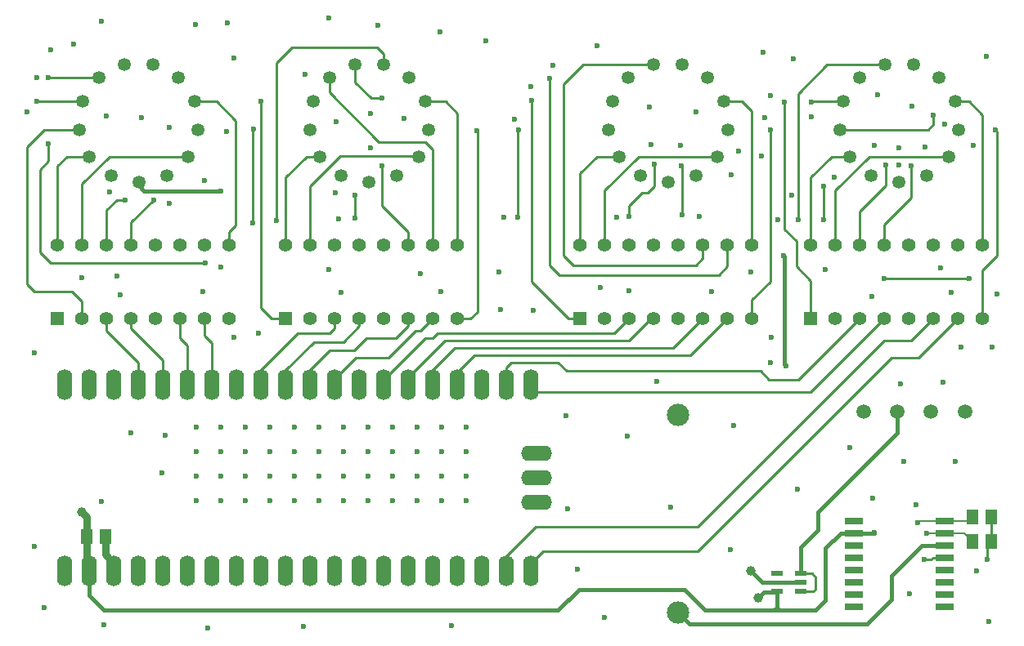
<source format=gbr>
%TF.GenerationSoftware,KiCad,Pcbnew,7.0.1*%
%TF.CreationDate,2023-06-06T13:02:27-04:00*%
%TF.ProjectId,nixie,6e697869-652e-46b6-9963-61645f706362,rev?*%
%TF.SameCoordinates,Original*%
%TF.FileFunction,Copper,L1,Top*%
%TF.FilePolarity,Positive*%
%FSLAX46Y46*%
G04 Gerber Fmt 4.6, Leading zero omitted, Abs format (unit mm)*
G04 Created by KiCad (PCBNEW 7.0.1) date 2023-06-06 13:02:27*
%MOMM*%
%LPD*%
G01*
G04 APERTURE LIST*
%TA.AperFunction,SMDPad,CuDef*%
%ADD10R,1.300000X1.500000*%
%TD*%
%TA.AperFunction,SMDPad,CuDef*%
%ADD11R,1.925000X0.650000*%
%TD*%
%TA.AperFunction,ComponentPad*%
%ADD12R,1.400000X1.400000*%
%TD*%
%TA.AperFunction,ComponentPad*%
%ADD13C,1.400000*%
%TD*%
%TA.AperFunction,ComponentPad*%
%ADD14O,2.316000X2.316000*%
%TD*%
%TA.AperFunction,ComponentPad*%
%ADD15C,2.316000*%
%TD*%
%TA.AperFunction,SMDPad,CuDef*%
%ADD16R,1.200000X0.600000*%
%TD*%
%TA.AperFunction,ComponentPad*%
%ADD17C,1.500000*%
%TD*%
%TA.AperFunction,ComponentPad*%
%ADD18C,1.348000*%
%TD*%
%TA.AperFunction,ComponentPad*%
%ADD19O,1.600000X3.200000*%
%TD*%
%TA.AperFunction,ComponentPad*%
%ADD20O,3.200000X1.600000*%
%TD*%
%TA.AperFunction,ViaPad*%
%ADD21C,0.600000*%
%TD*%
%TA.AperFunction,ViaPad*%
%ADD22C,1.000000*%
%TD*%
%TA.AperFunction,Conductor*%
%ADD23C,0.381000*%
%TD*%
%TA.AperFunction,Conductor*%
%ADD24C,0.254000*%
%TD*%
%TA.AperFunction,Conductor*%
%ADD25C,0.750000*%
%TD*%
%TA.AperFunction,Conductor*%
%ADD26C,0.152400*%
%TD*%
G04 APERTURE END LIST*
D10*
%TO.P,C6,1,1*%
%TO.N,+5V*%
X103886000Y-131826000D03*
%TO.P,C6,2,2*%
%TO.N,GND*%
X105786000Y-131826000D03*
%TD*%
D11*
%TO.P,IC6,1,32KHZ*%
%TO.N,unconnected-(IC6-32KHZ-Pad1)*%
X183248000Y-130175000D03*
%TO.P,IC6,2,VCC*%
%TO.N,+5V*%
X183248000Y-131445000D03*
%TO.P,IC6,3,~{INT}/SQW*%
%TO.N,unconnected-(IC6-~{INT}{slash}SQW-Pad3)*%
X183248000Y-132715000D03*
%TO.P,IC6,4,~{RST}*%
%TO.N,unconnected-(IC6-~{RST}-Pad4)*%
X183248000Y-133985000D03*
%TO.P,IC6,5,N.C._1*%
%TO.N,unconnected-(IC6-N.C._1-Pad5)*%
X183248000Y-135255000D03*
%TO.P,IC6,6,N.C._2*%
%TO.N,unconnected-(IC6-N.C._2-Pad6)*%
X183248000Y-136525000D03*
%TO.P,IC6,7,N.C._3*%
%TO.N,unconnected-(IC6-N.C._3-Pad7)*%
X183248000Y-137795000D03*
%TO.P,IC6,8,N.C._4*%
%TO.N,unconnected-(IC6-N.C._4-Pad8)*%
X183248000Y-139065000D03*
%TO.P,IC6,9,N.C._5*%
%TO.N,unconnected-(IC6-N.C._5-Pad9)*%
X192672000Y-139065000D03*
%TO.P,IC6,10,N.C._6*%
%TO.N,unconnected-(IC6-N.C._6-Pad10)*%
X192672000Y-137795000D03*
%TO.P,IC6,11,N.C._7*%
%TO.N,unconnected-(IC6-N.C._7-Pad11)*%
X192672000Y-136525000D03*
%TO.P,IC6,12,N.C._8*%
%TO.N,unconnected-(IC6-N.C._8-Pad12)*%
X192672000Y-135255000D03*
%TO.P,IC6,13,GND*%
%TO.N,GND*%
X192672000Y-133985000D03*
%TO.P,IC6,14,VBAT*%
%TO.N,Net-(IC6-VBAT)*%
X192672000Y-132715000D03*
%TO.P,IC6,15,SDA*%
%TO.N,/SDA*%
X192672000Y-131445000D03*
%TO.P,IC6,16,SCL*%
%TO.N,/SCL*%
X192672000Y-130175000D03*
%TD*%
D10*
%TO.P,R5,1,1*%
%TO.N,/SCL*%
X195580000Y-129794000D03*
%TO.P,R5,2,2*%
%TO.N,+5V*%
X197480000Y-129794000D03*
%TD*%
D12*
%TO.P,IC3,1,8*%
%TO.N,/N38*%
X154940000Y-109220000D03*
D13*
%TO.P,IC3,2,9*%
%TO.N,/N39*%
X157480000Y-109220000D03*
%TO.P,IC3,3,A*%
%TO.N,/A3*%
X160020000Y-109220000D03*
%TO.P,IC3,4,D*%
%TO.N,/D3*%
X162560000Y-109220000D03*
%TO.P,IC3,5,VCC*%
%TO.N,+5V*%
X165100000Y-109220000D03*
%TO.P,IC3,6,B*%
%TO.N,/B3*%
X167640000Y-109220000D03*
%TO.P,IC3,7,C*%
%TO.N,/C3*%
X170180000Y-109220000D03*
%TO.P,IC3,8,2*%
%TO.N,/N32*%
X172720000Y-109220000D03*
%TO.P,IC3,9,3*%
%TO.N,/N33*%
X172720000Y-101600000D03*
%TO.P,IC3,10,7*%
%TO.N,/N37*%
X170180000Y-101600000D03*
%TO.P,IC3,11,6*%
%TO.N,/N36*%
X167640000Y-101600000D03*
%TO.P,IC3,12,GND*%
%TO.N,GND*%
X165100000Y-101600000D03*
%TO.P,IC3,13,4*%
%TO.N,/N34*%
X162560000Y-101600000D03*
%TO.P,IC3,14,5*%
%TO.N,/N35*%
X160020000Y-101600000D03*
%TO.P,IC3,15,1*%
%TO.N,/N31*%
X157480000Y-101600000D03*
%TO.P,IC3,16,0*%
%TO.N,/N30*%
X154940000Y-101600000D03*
%TD*%
D14*
%TO.P,BAT1,+,+*%
%TO.N,Net-(IC6-VBAT)*%
X165100000Y-139700000D03*
D15*
%TO.P,BAT1,-,-*%
%TO.N,GND*%
X165100000Y-119200000D03*
%TD*%
D16*
%TO.P,IC5,1,IN*%
%TO.N,+12V*%
X177800000Y-137536000D03*
%TO.P,IC5,2,GND*%
%TO.N,GND*%
X177800000Y-136586000D03*
%TO.P,IC5,3,EN*%
%TO.N,+12V*%
X177800000Y-135636000D03*
%TO.P,IC5,4,BYP*%
%TO.N,unconnected-(IC5-BYP-Pad4)*%
X175300000Y-135636000D03*
%TO.P,IC5,5,OUT*%
%TO.N,+5V*%
X175300000Y-137536000D03*
%TD*%
D12*
%TO.P,IC4,1,8*%
%TO.N,/N48*%
X178816000Y-109220000D03*
D13*
%TO.P,IC4,2,9*%
%TO.N,/N49*%
X181356000Y-109220000D03*
%TO.P,IC4,3,A*%
%TO.N,/A4*%
X183896000Y-109220000D03*
%TO.P,IC4,4,D*%
%TO.N,/D4*%
X186436000Y-109220000D03*
%TO.P,IC4,5,VCC*%
%TO.N,+5V*%
X188976000Y-109220000D03*
%TO.P,IC4,6,B*%
%TO.N,/B4*%
X191516000Y-109220000D03*
%TO.P,IC4,7,C*%
%TO.N,/C4*%
X194056000Y-109220000D03*
%TO.P,IC4,8,2*%
%TO.N,/N42*%
X196596000Y-109220000D03*
%TO.P,IC4,9,3*%
%TO.N,/N43*%
X196596000Y-101600000D03*
%TO.P,IC4,10,7*%
%TO.N,/N47*%
X194056000Y-101600000D03*
%TO.P,IC4,11,6*%
%TO.N,/N46*%
X191516000Y-101600000D03*
%TO.P,IC4,12,GND*%
%TO.N,GND*%
X188976000Y-101600000D03*
%TO.P,IC4,13,4*%
%TO.N,/N44*%
X186436000Y-101600000D03*
%TO.P,IC4,14,5*%
%TO.N,/N45*%
X183896000Y-101600000D03*
%TO.P,IC4,15,1*%
%TO.N,/N41*%
X181356000Y-101600000D03*
%TO.P,IC4,16,0*%
%TO.N,/N40*%
X178816000Y-101600000D03*
%TD*%
D12*
%TO.P,IC2,1,8*%
%TO.N,/N28*%
X124460000Y-109220000D03*
D13*
%TO.P,IC2,2,9*%
%TO.N,/N29*%
X127000000Y-109220000D03*
%TO.P,IC2,3,A*%
%TO.N,/A2*%
X129540000Y-109220000D03*
%TO.P,IC2,4,D*%
%TO.N,/D2*%
X132080000Y-109220000D03*
%TO.P,IC2,5,VCC*%
%TO.N,+5V*%
X134620000Y-109220000D03*
%TO.P,IC2,6,B*%
%TO.N,/B2*%
X137160000Y-109220000D03*
%TO.P,IC2,7,C*%
%TO.N,/C2*%
X139700000Y-109220000D03*
%TO.P,IC2,8,2*%
%TO.N,/N22*%
X142240000Y-109220000D03*
%TO.P,IC2,9,3*%
%TO.N,/N23*%
X142240000Y-101600000D03*
%TO.P,IC2,10,7*%
%TO.N,/N27*%
X139700000Y-101600000D03*
%TO.P,IC2,11,6*%
%TO.N,/N26*%
X137160000Y-101600000D03*
%TO.P,IC2,12,GND*%
%TO.N,GND*%
X134620000Y-101600000D03*
%TO.P,IC2,13,4*%
%TO.N,/N24*%
X132080000Y-101600000D03*
%TO.P,IC2,14,5*%
%TO.N,/N25*%
X129540000Y-101600000D03*
%TO.P,IC2,15,1*%
%TO.N,/N21*%
X127000000Y-101600000D03*
%TO.P,IC2,16,0*%
%TO.N,/N20*%
X124460000Y-101600000D03*
%TD*%
D10*
%TO.P,R6,1,1*%
%TO.N,/SDA*%
X195580000Y-132334000D03*
%TO.P,R6,2,2*%
%TO.N,+5V*%
X197480000Y-132334000D03*
%TD*%
D12*
%TO.P,IC1,1,8*%
%TO.N,/N18*%
X100838000Y-109220000D03*
D13*
%TO.P,IC1,2,9*%
%TO.N,/N19*%
X103378000Y-109220000D03*
%TO.P,IC1,3,A*%
%TO.N,/A1*%
X105918000Y-109220000D03*
%TO.P,IC1,4,D*%
%TO.N,/D1*%
X108458000Y-109220000D03*
%TO.P,IC1,5,VCC*%
%TO.N,+5V*%
X110998000Y-109220000D03*
%TO.P,IC1,6,B*%
%TO.N,/B1*%
X113538000Y-109220000D03*
%TO.P,IC1,7,C*%
%TO.N,/C1*%
X116078000Y-109220000D03*
%TO.P,IC1,8,2*%
%TO.N,/N12*%
X118618000Y-109220000D03*
%TO.P,IC1,9,3*%
%TO.N,/N13*%
X118618000Y-101600000D03*
%TO.P,IC1,10,7*%
%TO.N,/N17*%
X116078000Y-101600000D03*
%TO.P,IC1,11,6*%
%TO.N,/N16*%
X113538000Y-101600000D03*
%TO.P,IC1,12,GND*%
%TO.N,GND*%
X110998000Y-101600000D03*
%TO.P,IC1,13,4*%
%TO.N,/N14*%
X108458000Y-101600000D03*
%TO.P,IC1,14,5*%
%TO.N,/N15*%
X105918000Y-101600000D03*
%TO.P,IC1,15,1*%
%TO.N,/N11*%
X103378000Y-101600000D03*
%TO.P,IC1,16,0*%
%TO.N,/N10*%
X100838000Y-101600000D03*
%TD*%
D17*
%TO.P,J1,1,1*%
%TO.N,VCC*%
X184262000Y-118872000D03*
%TO.P,J1,2,2*%
%TO.N,+12V*%
X187762000Y-118872000D03*
%TO.P,J1,3,3*%
%TO.N,/ENABLE*%
X191262000Y-118872000D03*
%TO.P,J1,4,4*%
%TO.N,GND*%
X194762000Y-118872000D03*
%TD*%
D18*
%TO.P,N4,RHDP,RHDP*%
%TO.N,unconnected-(N4-PadRHDP)*%
X190836600Y-94380900D03*
%TO.P,N4,LHDP,LHDP*%
%TO.N,unconnected-(N4-PadLHDP)*%
X185083400Y-94380900D03*
%TO.P,N4,A,A*%
%TO.N,/170V4*%
X187960000Y-95089900D03*
%TO.P,N4,9,9*%
%TO.N,/N49*%
X181815200Y-89646100D03*
%TO.P,N4,8,8*%
%TO.N,/N48*%
X182172300Y-86705000D03*
%TO.P,N4,7,7*%
%TO.N,/N47*%
X183855300Y-84266800D03*
%TO.P,N4,6,6*%
%TO.N,/N46*%
X186478700Y-82889900D03*
%TO.P,N4,5,5*%
%TO.N,/N45*%
X189441300Y-82889900D03*
%TO.P,N4,4,4*%
%TO.N,/N44*%
X192064700Y-84266800D03*
%TO.P,N4,3,3*%
%TO.N,/N43*%
X193747700Y-86705000D03*
%TO.P,N4,2,2*%
%TO.N,/N42*%
X194104800Y-89646100D03*
%TO.P,N4,1,1*%
%TO.N,/N41*%
X193054200Y-92416300D03*
%TO.P,N4,0,0*%
%TO.N,/N40*%
X182865800Y-92416300D03*
%TD*%
D19*
%TO.P,U$1,3V3,3V3*%
%TO.N,unconnected-(U$1-Pad3V3)*%
X111760000Y-135420000D03*
%TO.P,U$1,3V3_EN,3V3_EN*%
%TO.N,unconnected-(U$1-Pad3V3_EN)*%
X109220000Y-135420000D03*
%TO.P,U$1,ADC_VREF,ADC_VREF*%
%TO.N,unconnected-(U$1-PadADC_VREF)*%
X114300000Y-135420000D03*
%TO.P,U$1,AGND,AGND*%
%TO.N,GND*%
X119380000Y-135420000D03*
%TO.P,U$1,GND@1,GND*%
X106680000Y-116040000D03*
%TO.P,U$1,GND@2,GND*%
X119380000Y-116040000D03*
%TO.P,U$1,GND@3,GND*%
X132080000Y-116040000D03*
%TO.P,U$1,GND@4,GND*%
X144780000Y-116040000D03*
D20*
%TO.P,U$1,GND@5,GND*%
X150430000Y-125730000D03*
D19*
%TO.P,U$1,GND@6,GND*%
X144780000Y-135420000D03*
%TO.P,U$1,GND@7,GND*%
X132080000Y-135420000D03*
%TO.P,U$1,GND@8,GND*%
X106680000Y-135420000D03*
%TO.P,U$1,GP0,GP0*%
%TO.N,/SDA*%
X101600000Y-116040000D03*
%TO.P,U$1,GP1,GP1*%
%TO.N,/SCL*%
X104140000Y-116040000D03*
%TO.P,U$1,GP2,GP2*%
%TO.N,/A1*%
X109220000Y-116040000D03*
%TO.P,U$1,GP3,GP3*%
%TO.N,/D1*%
X111760000Y-116040000D03*
%TO.P,U$1,GP4,GP4*%
%TO.N,/B1*%
X114300000Y-116040000D03*
%TO.P,U$1,GP5,GP5*%
%TO.N,/C1*%
X116840000Y-116040000D03*
%TO.P,U$1,GP6,GP6*%
%TO.N,/A2*%
X121920000Y-116040000D03*
%TO.P,U$1,GP7,GP7*%
%TO.N,/D2*%
X124460000Y-116040000D03*
%TO.P,U$1,GP8,GP8*%
%TO.N,/B2*%
X127000000Y-116040000D03*
%TO.P,U$1,GP9,GP9*%
%TO.N,/C2*%
X129540000Y-116040000D03*
%TO.P,U$1,GP10,GP10*%
%TO.N,/A3*%
X134620000Y-116040000D03*
%TO.P,U$1,GP11,GP11*%
%TO.N,/D3*%
X137160000Y-116040000D03*
%TO.P,U$1,GP12,GP12*%
%TO.N,/B3*%
X139700000Y-116040000D03*
%TO.P,U$1,GP13,GP13*%
%TO.N,/C3*%
X142240000Y-116040000D03*
%TO.P,U$1,GP14,GP14*%
%TO.N,/A4*%
X147320000Y-116040000D03*
%TO.P,U$1,GP15,GP15*%
%TO.N,/D4*%
X149860000Y-116040000D03*
%TO.P,U$1,GP16,GP16*%
%TO.N,/C4*%
X149860000Y-135420000D03*
%TO.P,U$1,GP17,GP17*%
%TO.N,/B4*%
X147320000Y-135420000D03*
%TO.P,U$1,GP18,GP18*%
%TO.N,unconnected-(U$1-PadGP18)*%
X142240000Y-135420000D03*
%TO.P,U$1,GP19,GP19*%
%TO.N,unconnected-(U$1-PadGP19)*%
X139700000Y-135420000D03*
%TO.P,U$1,GP20,GP20*%
%TO.N,unconnected-(U$1-PadGP20)*%
X137160000Y-135420000D03*
%TO.P,U$1,GP21,GP21*%
%TO.N,unconnected-(U$1-PadGP21)*%
X134620000Y-135420000D03*
%TO.P,U$1,GP22,GP22*%
%TO.N,unconnected-(U$1-PadGP22)*%
X129540000Y-135420000D03*
%TO.P,U$1,GP26_A0,GP26_A0*%
%TO.N,unconnected-(U$1-PadGP26_A0)*%
X124460000Y-135420000D03*
%TO.P,U$1,GP27_A1,GP27_A1*%
%TO.N,unconnected-(U$1-PadGP27_A1)*%
X121920000Y-135420000D03*
%TO.P,U$1,GP28_A2,GP28_A2*%
%TO.N,unconnected-(U$1-PadGP28_A2)*%
X116840000Y-135420000D03*
%TO.P,U$1,RUN,RUN*%
%TO.N,unconnected-(U$1-PadRUN)*%
X127000000Y-135420000D03*
D20*
%TO.P,U$1,SWCLK,SWCLK*%
%TO.N,unconnected-(U$1-PadSWCLK)*%
X150430000Y-123190000D03*
%TO.P,U$1,SWDIO,SWDIO*%
%TO.N,unconnected-(U$1-PadSWDIO)*%
X150430000Y-128270000D03*
D19*
%TO.P,U$1,VBUS,VBUS*%
%TO.N,unconnected-(U$1-PadVBUS)*%
X101600000Y-135420000D03*
%TO.P,U$1,VSYS,VSYS*%
%TO.N,+5V*%
X104140000Y-135420000D03*
%TD*%
D18*
%TO.P,N3,0,0*%
%TO.N,/N30*%
X158947100Y-92416300D03*
%TO.P,N3,1,1*%
%TO.N,/N31*%
X169135500Y-92416300D03*
%TO.P,N3,2,2*%
%TO.N,/N32*%
X170186100Y-89646100D03*
%TO.P,N3,3,3*%
%TO.N,/N33*%
X169829000Y-86705000D03*
%TO.P,N3,4,4*%
%TO.N,/N34*%
X168146000Y-84266800D03*
%TO.P,N3,5,5*%
%TO.N,/N35*%
X165522600Y-82889900D03*
%TO.P,N3,6,6*%
%TO.N,/N36*%
X162560000Y-82889900D03*
%TO.P,N3,7,7*%
%TO.N,/N37*%
X159936600Y-84266800D03*
%TO.P,N3,8,8*%
%TO.N,/N38*%
X158253600Y-86705000D03*
%TO.P,N3,9,9*%
%TO.N,/N39*%
X157896500Y-89646100D03*
%TO.P,N3,A,A*%
%TO.N,/170V3*%
X164041300Y-95089900D03*
%TO.P,N3,LHDP,LHDP*%
%TO.N,unconnected-(N3-PadLHDP)*%
X161164700Y-94380900D03*
%TO.P,N3,RHDP,RHDP*%
%TO.N,unconnected-(N3-PadRHDP)*%
X166917900Y-94380900D03*
%TD*%
%TO.P,N1,0,0*%
%TO.N,/N10*%
X104140000Y-92416300D03*
%TO.P,N1,1,1*%
%TO.N,/N11*%
X114328400Y-92416300D03*
%TO.P,N1,2,2*%
%TO.N,/N12*%
X115379000Y-89646100D03*
%TO.P,N1,3,3*%
%TO.N,/N13*%
X115021900Y-86705000D03*
%TO.P,N1,4,4*%
%TO.N,/N14*%
X113338900Y-84266800D03*
%TO.P,N1,5,5*%
%TO.N,/N15*%
X110715500Y-82889900D03*
%TO.P,N1,6,6*%
%TO.N,/N16*%
X107752900Y-82889900D03*
%TO.P,N1,7,7*%
%TO.N,/N17*%
X105129500Y-84266800D03*
%TO.P,N1,8,8*%
%TO.N,/N18*%
X103446500Y-86705000D03*
%TO.P,N1,9,9*%
%TO.N,/N19*%
X103089400Y-89646100D03*
%TO.P,N1,A,A*%
%TO.N,/170V1*%
X109234200Y-95089900D03*
%TO.P,N1,LHDP,LHDP*%
%TO.N,unconnected-(N1-PadLHDP)*%
X106357600Y-94380900D03*
%TO.P,N1,RHDP,RHDP*%
%TO.N,unconnected-(N1-PadRHDP)*%
X112110800Y-94380900D03*
%TD*%
%TO.P,N2,0,0*%
%TO.N,/N20*%
X128001800Y-92416300D03*
%TO.P,N2,1,1*%
%TO.N,/N21*%
X138190200Y-92416300D03*
%TO.P,N2,2,2*%
%TO.N,/N22*%
X139240800Y-89646100D03*
%TO.P,N2,3,3*%
%TO.N,/N23*%
X138883700Y-86705000D03*
%TO.P,N2,4,4*%
%TO.N,/N24*%
X137200700Y-84266800D03*
%TO.P,N2,5,5*%
%TO.N,/N25*%
X134577300Y-82889900D03*
%TO.P,N2,6,6*%
%TO.N,/N26*%
X131614700Y-82889900D03*
%TO.P,N2,7,7*%
%TO.N,/N27*%
X128991300Y-84266800D03*
%TO.P,N2,8,8*%
%TO.N,/N28*%
X127308300Y-86705000D03*
%TO.P,N2,9,9*%
%TO.N,/N29*%
X126951200Y-89646100D03*
%TO.P,N2,A,A*%
%TO.N,/170V2*%
X133096000Y-95089900D03*
%TO.P,N2,LHDP,LHDP*%
%TO.N,unconnected-(N2-PadLHDP)*%
X130219400Y-94380900D03*
%TO.P,N2,RHDP,RHDP*%
%TO.N,unconnected-(N2-PadRHDP)*%
X135972600Y-94380900D03*
%TD*%
D21*
%TO.N,VCC*%
X176000000Y-102700000D03*
X176200000Y-114100000D03*
%TO.N,GND*%
X185191400Y-127838200D03*
X115189000Y-128092200D03*
X140500000Y-106400000D03*
X192200000Y-104000000D03*
X107000000Y-104800000D03*
X119100000Y-111200000D03*
X99466400Y-139192000D03*
X105638600Y-140995400D03*
X193802000Y-124053600D03*
X154627047Y-135210360D03*
X145200000Y-80400000D03*
X117729000Y-120472200D03*
X190600000Y-91400000D03*
X130429000Y-128092200D03*
X162300000Y-91200000D03*
X187900000Y-93300000D03*
X127889000Y-123012200D03*
X98399600Y-132816600D03*
X159800000Y-121400000D03*
X170800000Y-120300000D03*
X119100000Y-82200000D03*
X143129000Y-120472200D03*
X132969000Y-120472200D03*
X135509000Y-120472200D03*
X138049000Y-125552200D03*
X129900000Y-98900000D03*
X135509000Y-125552200D03*
X156700000Y-80900000D03*
X130182686Y-106483735D03*
X130429000Y-120472200D03*
X125349000Y-120472200D03*
X116000000Y-94900000D03*
X115189000Y-123012200D03*
X194335400Y-112191800D03*
X97700000Y-87800000D03*
X120269000Y-123012200D03*
X138049000Y-128092200D03*
X195600000Y-91300000D03*
X185400000Y-91300000D03*
X117729000Y-125552200D03*
X122809000Y-123012200D03*
X143129000Y-123012200D03*
X105384600Y-128193800D03*
X193300000Y-106500000D03*
X102495143Y-80755553D03*
X141579600Y-141071600D03*
X172615692Y-104384843D03*
X121615200Y-110769400D03*
X111658400Y-125196600D03*
X117729000Y-123012200D03*
X153670000Y-128955800D03*
X108432600Y-121031000D03*
X167300000Y-98600000D03*
X126263400Y-141122400D03*
X173900000Y-81600000D03*
X107300000Y-106800000D03*
X140589000Y-128092200D03*
X105400000Y-78400000D03*
X158700000Y-98700000D03*
D22*
X172593000Y-135382000D03*
D21*
X149800000Y-85200000D03*
X190550800Y-134213600D03*
X148100000Y-88600000D03*
X125349000Y-128092200D03*
X197000000Y-82000000D03*
X130429000Y-123012200D03*
X140589000Y-125552200D03*
X174600000Y-86100000D03*
X166900000Y-87800000D03*
X165300000Y-91300000D03*
X143129000Y-128092200D03*
X174000000Y-88400000D03*
X197561200Y-112141000D03*
X115189000Y-125552200D03*
X122809000Y-128092200D03*
X127889000Y-128092200D03*
X174650400Y-113766600D03*
X189738000Y-128549400D03*
X135509000Y-128092200D03*
X120269000Y-120472200D03*
X189052200Y-137718800D03*
X185685002Y-85978569D03*
X176800000Y-96400000D03*
X120269000Y-128092200D03*
X160000000Y-106300000D03*
X157454600Y-140182600D03*
X177400000Y-126900000D03*
X126459080Y-83878910D03*
X133200000Y-88000000D03*
X127889000Y-120472200D03*
X125349000Y-123012200D03*
X98450400Y-112801400D03*
X103300000Y-105000000D03*
X178900000Y-88300000D03*
X134000000Y-78800000D03*
X118300000Y-89800000D03*
X170600000Y-94300000D03*
X115900000Y-106400000D03*
X100100000Y-81400000D03*
X129600000Y-96200000D03*
X98700000Y-84200000D03*
X162900000Y-115700000D03*
X122809000Y-120472200D03*
X138049000Y-120472200D03*
X181200000Y-94600000D03*
X112014000Y-121361200D03*
X140397951Y-79502268D03*
X132969000Y-125552200D03*
X185100000Y-106900000D03*
X146500000Y-104400000D03*
X192700000Y-89100000D03*
X105900000Y-88200000D03*
X129700000Y-88800000D03*
X138400000Y-104600000D03*
X128900000Y-78100000D03*
X168500000Y-106400000D03*
X106200000Y-96100000D03*
X198100000Y-106700000D03*
X112400000Y-97300000D03*
X116382800Y-141274800D03*
X174675800Y-111201200D03*
X132969000Y-128092200D03*
X182829200Y-122555000D03*
X152100000Y-83000000D03*
X180300000Y-104100000D03*
X187900000Y-91500000D03*
X127889000Y-125552200D03*
X189292734Y-87203625D03*
X177000000Y-82300000D03*
X117700000Y-103900000D03*
X132969000Y-123012200D03*
X164300000Y-128800000D03*
X192481200Y-115798600D03*
X112400000Y-89400000D03*
X188061600Y-115976400D03*
X143129000Y-125552200D03*
X147000000Y-98700000D03*
X138049000Y-123012200D03*
X173700000Y-92400000D03*
X115100000Y-78700000D03*
X117729000Y-128092200D03*
X118400000Y-78600000D03*
X171300000Y-91900000D03*
X128900000Y-104100000D03*
X122809000Y-125552200D03*
X197231000Y-140589000D03*
X150114000Y-108331000D03*
X157000000Y-106000000D03*
X135509000Y-123012200D03*
X120269000Y-125552200D03*
X175400000Y-99000000D03*
X125349000Y-125552200D03*
X153441400Y-119329200D03*
X162100000Y-87300000D03*
X115189000Y-120472200D03*
X130429000Y-125552200D03*
X195935600Y-135407400D03*
X140589000Y-120472200D03*
X140589000Y-123012200D03*
X133200000Y-91500000D03*
X188468000Y-124053600D03*
X170500000Y-133200000D03*
X146659600Y-108280200D03*
X109500000Y-88400000D03*
X136700000Y-88500000D03*
D22*
%TO.N,+5V*%
X173355000Y-138176000D03*
D21*
X185369200Y-131419600D03*
X197027800Y-134162800D03*
D22*
X103378000Y-129286000D03*
D21*
%TO.N,/N15*%
X107800000Y-96900000D03*
%TO.N,/N14*%
X110800000Y-96900000D03*
%TO.N,/N17*%
X99900000Y-91100000D03*
X99900000Y-84200000D03*
X116100000Y-103500000D03*
%TO.N,/N18*%
X98695000Y-86705000D03*
%TO.N,/N25*%
X123500000Y-99100000D03*
%TO.N,/N24*%
X131600000Y-98800000D03*
X131600000Y-96400000D03*
%TO.N,/N26*%
X134400000Y-86400000D03*
X134400000Y-93400000D03*
%TO.N,/N22*%
X144250000Y-89750000D03*
%TO.N,/N29*%
X121000000Y-99300000D03*
X121100000Y-89600000D03*
%TO.N,/N28*%
X121900000Y-86700000D03*
%TO.N,/N35*%
X160000000Y-98600000D03*
X162600000Y-93200000D03*
%TO.N,/N34*%
X165400000Y-93400000D03*
X165500000Y-98500000D03*
%TO.N,/N37*%
X151800000Y-84300000D03*
%TO.N,/N32*%
X174600000Y-89646100D03*
%TO.N,/N39*%
X148500000Y-98700000D03*
X148553900Y-89646100D03*
%TO.N,/N38*%
X149900000Y-86600000D03*
%TO.N,/N45*%
X186600000Y-93300000D03*
%TO.N,/N44*%
X189200000Y-93400000D03*
%TO.N,/N46*%
X177500000Y-99000000D03*
%TO.N,/N47*%
X180100000Y-99000000D03*
X180100000Y-95500000D03*
%TO.N,/N42*%
X197900000Y-89700000D03*
%TO.N,/N49*%
X191500000Y-88100000D03*
X195200000Y-105100000D03*
X186400000Y-105100000D03*
%TO.N,/N48*%
X178900000Y-86800000D03*
X176100000Y-86800000D03*
%TO.N,/SDA*%
X190779400Y-131495800D03*
%TO.N,/SCL*%
X189865000Y-130352800D03*
%TO.N,/170V1*%
X117700000Y-96000000D03*
%TD*%
D23*
%TO.N,VCC*%
X176100000Y-102800000D02*
X176000000Y-102700000D01*
X176100000Y-114000000D02*
X176100000Y-102800000D01*
X176200000Y-114100000D02*
X176100000Y-114000000D01*
D24*
%TO.N,GND*%
X190550800Y-134213600D02*
X191236600Y-134213600D01*
X191465200Y-133985000D02*
X192672000Y-133985000D01*
D25*
X105786000Y-133726000D02*
X105786000Y-131826000D01*
D23*
X177800000Y-136586000D02*
X173797000Y-136586000D01*
X173797000Y-136586000D02*
X172593000Y-135382000D01*
D25*
X106680000Y-134620000D02*
X105786000Y-133726000D01*
D24*
X191236600Y-134213600D02*
X191465200Y-133985000D01*
D23*
%TO.N,Net-(IC6-VBAT)*%
X190271400Y-132715000D02*
X187121800Y-135864600D01*
X166258000Y-140858000D02*
X165100000Y-139700000D01*
X192672000Y-132715000D02*
X190271400Y-132715000D01*
X187121800Y-138353800D02*
X184617600Y-140858000D01*
X184617600Y-140858000D02*
X166258000Y-140858000D01*
X187121800Y-135864600D02*
X187121800Y-138353800D01*
%TO.N,+5V*%
X165735000Y-137287000D02*
X154813000Y-137287000D01*
X179324000Y-139446000D02*
X180340000Y-138430000D01*
X154813000Y-137287000D02*
X152654000Y-139446000D01*
X175300000Y-138938000D02*
X175300000Y-139406000D01*
X175300000Y-139152000D02*
X175006000Y-139446000D01*
X175300000Y-139152000D02*
X175300000Y-139232000D01*
D24*
X197027800Y-134162800D02*
X197027800Y-132786200D01*
D23*
X175514000Y-139446000D02*
X175260000Y-139446000D01*
X180340000Y-138430000D02*
X180340000Y-133009500D01*
X167894000Y-139446000D02*
X165735000Y-137287000D01*
D25*
X103886000Y-129794000D02*
X103378000Y-129286000D01*
X103886000Y-131826000D02*
X103886000Y-134366000D01*
D23*
X183248000Y-131445000D02*
X185343800Y-131445000D01*
X175295000Y-137541000D02*
X175300000Y-137536000D01*
D25*
X103886000Y-131826000D02*
X103886000Y-129794000D01*
D23*
X105664000Y-139446000D02*
X104140000Y-137922000D01*
X104140000Y-137922000D02*
X104140000Y-134620000D01*
X180340000Y-133009500D02*
X181904500Y-131445000D01*
X175300000Y-137536000D02*
X175300000Y-138938000D01*
X173355000Y-138176000D02*
X173990000Y-137541000D01*
X175260000Y-139446000D02*
X175006000Y-139446000D01*
X179324000Y-139446000D02*
X175514000Y-139446000D01*
X175006000Y-139446000D02*
X167894000Y-139446000D01*
X181904500Y-131445000D02*
X183248000Y-131445000D01*
X175300000Y-139232000D02*
X175514000Y-139446000D01*
X197027800Y-132786200D02*
X197480000Y-132334000D01*
X152654000Y-139446000D02*
X105664000Y-139446000D01*
D24*
X197480000Y-129794000D02*
X197480000Y-132334000D01*
D23*
X175300000Y-138938000D02*
X175300000Y-139152000D01*
X185343800Y-131445000D02*
X185369200Y-131419600D01*
X173990000Y-137541000D02*
X175295000Y-137541000D01*
D24*
%TO.N,/N13*%
X118618000Y-101600000D02*
X118618000Y-100282000D01*
X119300000Y-99600000D02*
X119300000Y-88700000D01*
X117305000Y-86705000D02*
X115021900Y-86705000D01*
X119300000Y-88700000D02*
X117305000Y-86705000D01*
X118618000Y-100282000D02*
X119300000Y-99600000D01*
%TO.N,/N10*%
X100838000Y-93362000D02*
X101783700Y-92416300D01*
X101783700Y-92416300D02*
X104140000Y-92416300D01*
X100838000Y-101600000D02*
X100838000Y-93362000D01*
%TO.N,/N11*%
X103378000Y-101600000D02*
X103378000Y-95222000D01*
X106183700Y-92416300D02*
X114328400Y-92416300D01*
X103378000Y-95222000D02*
X106183700Y-92416300D01*
%TO.N,/N15*%
X105918000Y-101600000D02*
X105918000Y-97982000D01*
X107000000Y-96900000D02*
X107800000Y-96900000D01*
X105918000Y-97982000D02*
X107000000Y-96900000D01*
%TO.N,/N14*%
X108458000Y-99242000D02*
X110800000Y-96900000D01*
X108458000Y-101600000D02*
X108458000Y-99242000D01*
%TO.N,/N17*%
X116100000Y-103500000D02*
X100100000Y-103500000D01*
X99000000Y-102400000D02*
X99000000Y-93800000D01*
X99900000Y-92900000D02*
X99900000Y-91100000D01*
X99000000Y-93800000D02*
X99900000Y-92900000D01*
X99966800Y-84266800D02*
X105129500Y-84266800D01*
X100100000Y-103500000D02*
X99000000Y-102400000D01*
X99900000Y-84200000D02*
X99966800Y-84266800D01*
%TO.N,/C1*%
X116840000Y-111760000D02*
X116840000Y-116840000D01*
X116078000Y-109220000D02*
X116078000Y-110998000D01*
X116078000Y-110998000D02*
X116840000Y-111760000D01*
%TO.N,/B1*%
X114300000Y-112014000D02*
X114300000Y-116840000D01*
X113538000Y-109220000D02*
X113538000Y-111252000D01*
X113538000Y-111252000D02*
X114300000Y-112014000D01*
%TO.N,/D1*%
X108458000Y-109220000D02*
X108458000Y-110236000D01*
X111760000Y-113538000D02*
X111760000Y-116840000D01*
X108458000Y-110236000D02*
X111760000Y-113538000D01*
%TO.N,/A1*%
X105918000Y-110490000D02*
X109220000Y-113792000D01*
X105918000Y-109220000D02*
X105918000Y-110490000D01*
X109220000Y-113792000D02*
X109220000Y-116840000D01*
%TO.N,/N19*%
X97700000Y-105700000D02*
X97700000Y-91400000D01*
X98400000Y-106400000D02*
X97700000Y-105700000D01*
X102300000Y-106400000D02*
X98400000Y-106400000D01*
X97700000Y-91400000D02*
X99453900Y-89646100D01*
X99453900Y-89646100D02*
X103089400Y-89646100D01*
X103378000Y-109220000D02*
X103378000Y-107478000D01*
X103378000Y-107478000D02*
X102300000Y-106400000D01*
%TO.N,/N18*%
X98695000Y-86705000D02*
X103446500Y-86705000D01*
%TO.N,/N23*%
X142240000Y-87940000D02*
X141005000Y-86705000D01*
X141005000Y-86705000D02*
X138883700Y-86705000D01*
X142240000Y-101600000D02*
X142240000Y-87940000D01*
%TO.N,/N20*%
X124460000Y-94540000D02*
X126583700Y-92416300D01*
X126583700Y-92416300D02*
X128001800Y-92416300D01*
X124460000Y-101600000D02*
X124460000Y-94540000D01*
%TO.N,/N21*%
X138173900Y-92400000D02*
X138190200Y-92416300D01*
X130116300Y-92416300D02*
X130132600Y-92400000D01*
X127000000Y-95500000D02*
X130100000Y-92400000D01*
X127000000Y-101600000D02*
X127000000Y-95500000D01*
X130132600Y-92400000D02*
X138173900Y-92400000D01*
%TO.N,/N25*%
X134577300Y-81777300D02*
X134577300Y-82889900D01*
X133900000Y-81100000D02*
X134577300Y-81777300D01*
X125100000Y-81100000D02*
X133900000Y-81100000D01*
X123500000Y-82700000D02*
X125100000Y-81100000D01*
X123500000Y-99100000D02*
X123500000Y-82700000D01*
%TO.N,/N24*%
X131600000Y-98800000D02*
X131600000Y-96400000D01*
%TO.N,/N26*%
X137160000Y-101600000D02*
X137160000Y-100260000D01*
X137160000Y-100260000D02*
X134400000Y-97500000D01*
X131614700Y-84714700D02*
X131614700Y-82889900D01*
X134400000Y-97500000D02*
X134400000Y-93400000D01*
X133300000Y-86400000D02*
X131614700Y-84714700D01*
X134400000Y-86400000D02*
X133300000Y-86400000D01*
%TO.N,/N27*%
X139700000Y-91700000D02*
X138900000Y-90900000D01*
X138900000Y-90900000D02*
X134100000Y-90900000D01*
X139700000Y-101600000D02*
X139700000Y-91700000D01*
X134100000Y-90900000D02*
X128991300Y-85791300D01*
X128991300Y-85791300D02*
X128991300Y-84266800D01*
%TO.N,/N22*%
X144250000Y-89750000D02*
X144300000Y-89800000D01*
X144300000Y-108500000D02*
X143580000Y-109220000D01*
X143580000Y-109220000D02*
X142240000Y-109220000D01*
X144300000Y-89800000D02*
X144300000Y-108500000D01*
%TO.N,/C2*%
X129540000Y-115443000D02*
X131699000Y-113284000D01*
X131699000Y-113284000D02*
X135128000Y-113284000D01*
X129540000Y-116840000D02*
X129540000Y-115443000D01*
X137922000Y-110490000D02*
X138430000Y-110490000D01*
X138430000Y-110490000D02*
X139700000Y-109220000D01*
X135128000Y-113284000D02*
X137922000Y-110490000D01*
%TO.N,/B2*%
X137160000Y-109940000D02*
X135848000Y-111252000D01*
X132842000Y-111252000D02*
X131572000Y-112522000D01*
X135848000Y-111252000D02*
X132842000Y-111252000D01*
X131572000Y-112522000D02*
X129032000Y-112522000D01*
X137160000Y-109220000D02*
X137160000Y-109940000D01*
X129032000Y-112522000D02*
X127000000Y-114554000D01*
X127000000Y-114554000D02*
X127000000Y-116840000D01*
%TO.N,/D2*%
X127355600Y-111658400D02*
X130403600Y-111658400D01*
X132080000Y-109982000D02*
X132080000Y-109220000D01*
X124460000Y-116840000D02*
X124460000Y-114554000D01*
X124460000Y-114554000D02*
X127355600Y-111658400D01*
X130403600Y-111658400D02*
X132080000Y-109982000D01*
%TO.N,/A2*%
X129540000Y-110236000D02*
X129540000Y-109220000D01*
X121920000Y-116840000D02*
X121920000Y-114554000D01*
X121920000Y-114554000D02*
X125730000Y-110744000D01*
X125730000Y-110744000D02*
X129032000Y-110744000D01*
X129032000Y-110744000D02*
X129540000Y-110236000D01*
%TO.N,/N29*%
X121000000Y-99300000D02*
X121000000Y-89700000D01*
X121000000Y-89700000D02*
X121100000Y-89600000D01*
%TO.N,/N28*%
X124460000Y-109220000D02*
X123020000Y-109220000D01*
X121900000Y-108100000D02*
X121900000Y-86700000D01*
X123020000Y-109220000D02*
X121900000Y-108100000D01*
%TO.N,/N33*%
X171705000Y-86705000D02*
X169829000Y-86705000D01*
X172720000Y-87720000D02*
X171705000Y-86705000D01*
X172720000Y-101600000D02*
X172720000Y-87720000D01*
%TO.N,/N30*%
X154940000Y-101600000D02*
X154940000Y-94160000D01*
X156683700Y-92416300D02*
X158947100Y-92416300D01*
X154940000Y-94160000D02*
X156683700Y-92416300D01*
%TO.N,/N31*%
X160983700Y-92416300D02*
X169135500Y-92416300D01*
X157480000Y-95920000D02*
X160983700Y-92416300D01*
X157480000Y-101600000D02*
X157480000Y-95920000D01*
%TO.N,/N35*%
X162600000Y-95500000D02*
X162600000Y-93200000D01*
X160000000Y-97500000D02*
X161300000Y-96200000D01*
X161300000Y-96200000D02*
X161900000Y-96200000D01*
X161900000Y-96200000D02*
X162600000Y-95500000D01*
X160000000Y-98600000D02*
X160000000Y-97500000D01*
%TO.N,/N34*%
X165500000Y-98500000D02*
X165500000Y-93500000D01*
X165500000Y-93500000D02*
X165400000Y-93400000D01*
%TO.N,/N36*%
X167640000Y-101600000D02*
X167640000Y-102960000D01*
X166900000Y-103700000D02*
X154200000Y-103700000D01*
X153200000Y-84900000D02*
X155200000Y-82900000D01*
X167640000Y-102960000D02*
X166900000Y-103700000D01*
X155300000Y-82900000D02*
X155310100Y-82889900D01*
X154200000Y-103700000D02*
X153200000Y-102700000D01*
X153200000Y-102700000D02*
X153200000Y-84900000D01*
X155310100Y-82889900D02*
X162560000Y-82889900D01*
X155200000Y-82900000D02*
X155300000Y-82900000D01*
%TO.N,/N37*%
X169300000Y-104700000D02*
X170180000Y-103820000D01*
X151800000Y-103700000D02*
X152800000Y-104700000D01*
X152800000Y-104700000D02*
X169300000Y-104700000D01*
X151800000Y-84300000D02*
X151800000Y-103700000D01*
X170180000Y-103820000D02*
X170180000Y-101600000D01*
%TO.N,/N32*%
X172720000Y-107280000D02*
X172720000Y-109220000D01*
X174600000Y-89646100D02*
X174600000Y-105400000D01*
X174600000Y-105400000D02*
X172720000Y-107280000D01*
%TO.N,/C3*%
X166370000Y-113030000D02*
X170180000Y-109220000D01*
X144018000Y-113030000D02*
X166370000Y-113030000D01*
X142240000Y-116840000D02*
X142240000Y-114808000D01*
X142240000Y-114808000D02*
X144018000Y-113030000D01*
%TO.N,/B3*%
X139700000Y-114554000D02*
X141986000Y-112268000D01*
X139700000Y-116840000D02*
X139700000Y-114554000D01*
X164592000Y-112268000D02*
X167640000Y-109220000D01*
X141986000Y-112268000D02*
X164592000Y-112268000D01*
%TO.N,/D3*%
X137160000Y-116840000D02*
X137160000Y-115316000D01*
X140970000Y-111506000D02*
X160020000Y-111506000D01*
X137160000Y-115316000D02*
X140970000Y-111506000D01*
X162306000Y-109220000D02*
X162560000Y-109220000D01*
X160020000Y-111506000D02*
X162306000Y-109220000D01*
%TO.N,/A3*%
X139700000Y-111252000D02*
X140208000Y-110744000D01*
X134620000Y-116840000D02*
X134620000Y-115570000D01*
X158496000Y-110744000D02*
X160020000Y-109220000D01*
X138938000Y-111252000D02*
X139700000Y-111252000D01*
X134620000Y-115570000D02*
X138938000Y-111252000D01*
X140208000Y-110744000D02*
X158496000Y-110744000D01*
%TO.N,/N39*%
X148500000Y-89700000D02*
X148553900Y-89646100D01*
X148500000Y-98700000D02*
X148500000Y-89700000D01*
%TO.N,/N38*%
X154940000Y-109220000D02*
X153720000Y-109220000D01*
X153720000Y-109220000D02*
X149900000Y-105400000D01*
X149900000Y-105400000D02*
X149900000Y-86600000D01*
%TO.N,/N43*%
X195205000Y-86705000D02*
X193747700Y-86705000D01*
X196596000Y-88096000D02*
X195205000Y-86705000D01*
X196596000Y-101600000D02*
X196596000Y-88096000D01*
%TO.N,/N40*%
X178816000Y-94584000D02*
X180983700Y-92416300D01*
X180983700Y-92416300D02*
X182865800Y-92416300D01*
X178816000Y-101600000D02*
X178816000Y-94584000D01*
%TO.N,/N41*%
X184883700Y-92416300D02*
X193054200Y-92416300D01*
X181356000Y-101600000D02*
X181356000Y-95944000D01*
X181356000Y-95944000D02*
X184883700Y-92416300D01*
%TO.N,/N45*%
X186600000Y-95400000D02*
X183896000Y-98104000D01*
X186600000Y-93300000D02*
X186600000Y-95400000D01*
X183896000Y-98104000D02*
X183896000Y-101600000D01*
%TO.N,/N44*%
X186436000Y-101600000D02*
X186436000Y-99464000D01*
X186436000Y-99464000D02*
X189200000Y-96700000D01*
X189200000Y-96700000D02*
X189200000Y-93400000D01*
%TO.N,/N46*%
X177500000Y-99000000D02*
X177500000Y-85900000D01*
X177500000Y-85900000D02*
X180510100Y-82889900D01*
X180510100Y-82889900D02*
X186478700Y-82889900D01*
%TO.N,/N47*%
X180100000Y-99000000D02*
X180100000Y-95500000D01*
%TO.N,/N42*%
X198100000Y-89900000D02*
X197900000Y-89700000D01*
X196596000Y-109220000D02*
X196596000Y-104204000D01*
X198100000Y-102700000D02*
X198100000Y-89900000D01*
X196596000Y-104204000D02*
X198100000Y-102700000D01*
%TO.N,/C4*%
X149860000Y-134620000D02*
X151130000Y-133350000D01*
X189992000Y-113284000D02*
X194056000Y-109220000D01*
X151130000Y-133350000D02*
X167081200Y-133350000D01*
X167081200Y-133350000D02*
X187147200Y-113284000D01*
X187147200Y-113284000D02*
X189992000Y-113284000D01*
%TO.N,/B4*%
X150368000Y-130810000D02*
X167132000Y-130810000D01*
X186436000Y-111506000D02*
X189230000Y-111506000D01*
X189230000Y-111506000D02*
X191516000Y-109220000D01*
X167132000Y-130810000D02*
X186436000Y-111506000D01*
X147320000Y-134620000D02*
X147320000Y-133858000D01*
X147320000Y-133858000D02*
X150368000Y-130810000D01*
%TO.N,/D4*%
X149860000Y-116840000D02*
X178816000Y-116840000D01*
X178816000Y-116840000D02*
X186436000Y-109220000D01*
%TO.N,/A4*%
X174498000Y-115570000D02*
X177546000Y-115570000D01*
X147320000Y-114300000D02*
X147828000Y-113792000D01*
X173601000Y-114673000D02*
X174498000Y-115570000D01*
X153535000Y-114673000D02*
X173601000Y-114673000D01*
X152654000Y-113792000D02*
X153535000Y-114673000D01*
X147320000Y-116840000D02*
X147320000Y-114300000D01*
X147828000Y-113792000D02*
X152654000Y-113792000D01*
X177546000Y-115570000D02*
X183896000Y-109220000D01*
%TO.N,/N49*%
X186400000Y-105100000D02*
X195200000Y-105100000D01*
X191500000Y-89100000D02*
X190953900Y-89646100D01*
X190953900Y-89646100D02*
X181815200Y-89646100D01*
X191500000Y-88100000D02*
X191500000Y-89100000D01*
%TO.N,/N48*%
X177300000Y-101200000D02*
X176100000Y-100000000D01*
X176100000Y-99800000D02*
X176100000Y-86800000D01*
X178900000Y-86800000D02*
X178995000Y-86705000D01*
X176100000Y-100000000D02*
X176100000Y-99800000D01*
X178816000Y-109220000D02*
X178816000Y-105316000D01*
X177300000Y-103800000D02*
X177300000Y-101200000D01*
X178816000Y-105316000D02*
X177300000Y-103800000D01*
X178995000Y-86705000D02*
X182172300Y-86705000D01*
D23*
%TO.N,+12V*%
X187762000Y-118872000D02*
X187762000Y-121102000D01*
X187762000Y-121102000D02*
X179558000Y-129306000D01*
X177800000Y-135636000D02*
X177800000Y-132888000D01*
D24*
X179324000Y-137287000D02*
X179324000Y-136017000D01*
X177800000Y-137536000D02*
X179075000Y-137536000D01*
X179324000Y-136017000D02*
X178943000Y-135636000D01*
X178943000Y-135636000D02*
X177800000Y-135636000D01*
X179075000Y-137536000D02*
X179324000Y-137287000D01*
D23*
X177800000Y-132888000D02*
X179558000Y-131130000D01*
X179558000Y-129306000D02*
X179558000Y-131130000D01*
D26*
%TO.N,/SDA*%
X190779400Y-131495800D02*
X190830200Y-131445000D01*
X192672000Y-131445000D02*
X194691000Y-131445000D01*
X194691000Y-131445000D02*
X195580000Y-132334000D01*
X190830200Y-131445000D02*
X192672000Y-131445000D01*
%TO.N,/SCL*%
X190042800Y-130175000D02*
X192672000Y-130175000D01*
X192672000Y-130175000D02*
X195199000Y-130175000D01*
X195199000Y-130175000D02*
X195580000Y-129794000D01*
X189865000Y-130352800D02*
X190042800Y-130175000D01*
D23*
%TO.N,/170V1*%
X109800000Y-96000000D02*
X109234200Y-95434200D01*
X117700000Y-96000000D02*
X109800000Y-96000000D01*
X109234200Y-95434200D02*
X109234200Y-95089900D01*
%TD*%
M02*

</source>
